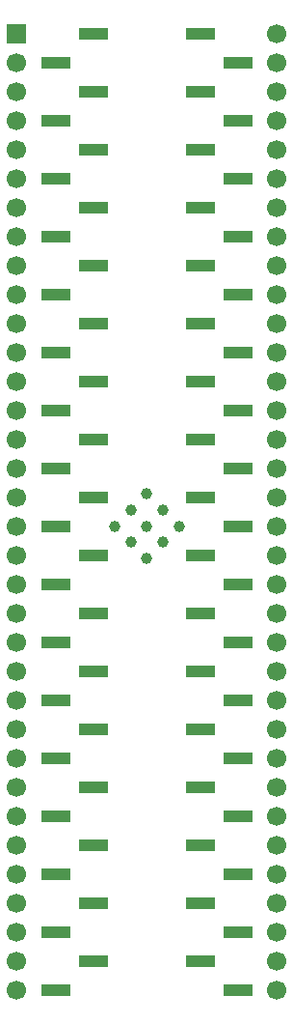
<source format=gbs>
G04 #@! TF.GenerationSoftware,KiCad,Pcbnew,9.0.6*
G04 #@! TF.CreationDate,2026-01-07T12:47:01-06:00*
G04 #@! TF.ProjectId,QFN-64_9x9_P0.5,51464e2d-3634-45f3-9978-395f50302e35,rev?*
G04 #@! TF.SameCoordinates,Original*
G04 #@! TF.FileFunction,Soldermask,Bot*
G04 #@! TF.FilePolarity,Negative*
%FSLAX46Y46*%
G04 Gerber Fmt 4.6, Leading zero omitted, Abs format (unit mm)*
G04 Created by KiCad (PCBNEW 9.0.6) date 2026-01-07 12:47:01*
%MOMM*%
%LPD*%
G01*
G04 APERTURE LIST*
%ADD10C,1.000000*%
%ADD11R,1.700000X1.700000*%
%ADD12C,1.700000*%
%ADD13R,2.510000X1.000000*%
G04 APERTURE END LIST*
D10*
X119997786Y-121521786D03*
X121412000Y-120107573D03*
X118583573Y-122936000D03*
X122826214Y-121521786D03*
X121412000Y-122936000D03*
X119997786Y-124350214D03*
X124240427Y-122936000D03*
X121412000Y-125764427D03*
X122826214Y-124350214D03*
D11*
X109982000Y-79756000D03*
D12*
X109982000Y-82296000D03*
X109982000Y-84836000D03*
X109982000Y-87376000D03*
X109982000Y-89916000D03*
X109982000Y-92456000D03*
X109982000Y-94996000D03*
X109982000Y-97536000D03*
X109982000Y-100076000D03*
X109982000Y-102616000D03*
X109982000Y-105156000D03*
X109982000Y-107696000D03*
X109982000Y-110236000D03*
X109982000Y-112776000D03*
X109982000Y-115316000D03*
X109982000Y-117856000D03*
X109982000Y-120396000D03*
X109982000Y-122936000D03*
X109982000Y-125476000D03*
X109982000Y-128016000D03*
X109982000Y-130556000D03*
X109982000Y-133096000D03*
X109982000Y-135636000D03*
X109982000Y-138176000D03*
X109982000Y-140716000D03*
X109982000Y-143256000D03*
X109982000Y-145796000D03*
X109982000Y-148336000D03*
X109982000Y-150876000D03*
X109982000Y-153416000D03*
X109982000Y-155956000D03*
X109982000Y-158496000D03*
X109982000Y-161036000D03*
X109982000Y-163576000D03*
X132842000Y-79756000D03*
X132842000Y-82296000D03*
X132842000Y-84836000D03*
X132842000Y-87376000D03*
X132842000Y-89916000D03*
X132842000Y-92456000D03*
X132842000Y-94996000D03*
X132842000Y-97536000D03*
X132842000Y-100076000D03*
X132842000Y-102616000D03*
X132842000Y-105156000D03*
X132842000Y-107696000D03*
X132842000Y-110236000D03*
X132842000Y-112776000D03*
X132842000Y-115316000D03*
X132842000Y-117856000D03*
X132842000Y-120396000D03*
X132842000Y-122936000D03*
X132842000Y-125476000D03*
X132842000Y-128016000D03*
X132842000Y-130556000D03*
X132842000Y-133096000D03*
X132842000Y-135636000D03*
X132842000Y-138176000D03*
X132842000Y-140716000D03*
X132842000Y-143256000D03*
X132842000Y-145796000D03*
X132842000Y-148336000D03*
X132842000Y-150876000D03*
X132842000Y-153416000D03*
X132842000Y-155956000D03*
X132842000Y-158496000D03*
X132842000Y-161036000D03*
X132842000Y-163576000D03*
D13*
X116717000Y-79756000D03*
X113407000Y-82296000D03*
X116717000Y-84836000D03*
X113407000Y-87376000D03*
X116717000Y-89916000D03*
X113407000Y-92456000D03*
X116717000Y-94996000D03*
X113407000Y-97536000D03*
X116717000Y-100076000D03*
X113407000Y-102616000D03*
X116717000Y-105156000D03*
X113407000Y-107696000D03*
X116717000Y-110236000D03*
X113407000Y-112776000D03*
X116717000Y-115316000D03*
X113407000Y-117856000D03*
X116717000Y-120396000D03*
X113407000Y-122936000D03*
X116717000Y-125476000D03*
X113407000Y-128016000D03*
X116717000Y-130556000D03*
X113407000Y-133096000D03*
X116717000Y-135636000D03*
X113407000Y-138176000D03*
X116717000Y-140716000D03*
X113407000Y-143256000D03*
X116717000Y-145796000D03*
X113407000Y-148336000D03*
X116717000Y-150876000D03*
X113407000Y-153416000D03*
X116717000Y-155956000D03*
X113407000Y-158496000D03*
X116717000Y-161036000D03*
X113407000Y-163576000D03*
X126107000Y-79756000D03*
X129417000Y-82296000D03*
X126107000Y-84836000D03*
X129417000Y-87376000D03*
X126107000Y-89916000D03*
X129417000Y-92456000D03*
X126107000Y-94996000D03*
X129417000Y-97536000D03*
X126107000Y-100076000D03*
X129417000Y-102616000D03*
X126107000Y-105156000D03*
X129417000Y-107696000D03*
X126107000Y-110236000D03*
X129417000Y-112776000D03*
X126107000Y-115316000D03*
X129417000Y-117856000D03*
X126107000Y-120396000D03*
X129417000Y-122936000D03*
X126107000Y-125476000D03*
X129417000Y-128016000D03*
X126107000Y-130556000D03*
X129417000Y-133096000D03*
X126107000Y-135636000D03*
X129417000Y-138176000D03*
X126107000Y-140716000D03*
X129417000Y-143256000D03*
X126107000Y-145796000D03*
X129417000Y-148336000D03*
X126107000Y-150876000D03*
X129417000Y-153416000D03*
X126107000Y-155956000D03*
X129417000Y-158496000D03*
X126107000Y-161036000D03*
X129417000Y-163576000D03*
M02*

</source>
